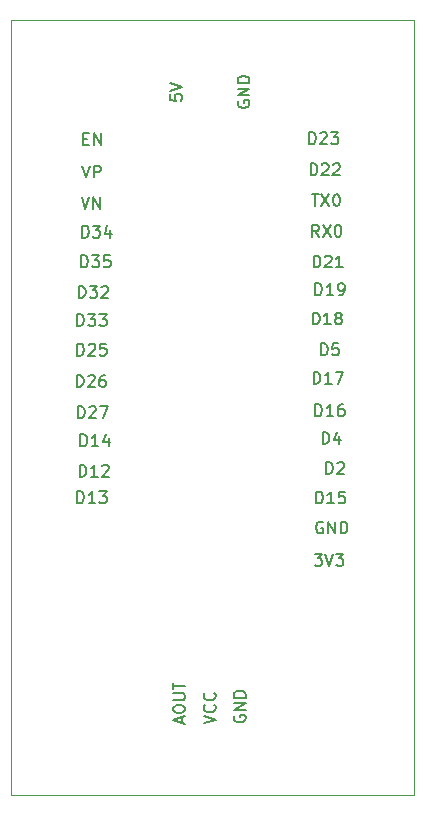
<source format=gto>
G04 #@! TF.GenerationSoftware,KiCad,Pcbnew,(6.0.11-0)*
G04 #@! TF.CreationDate,2024-11-12T18:10:12+07:00*
G04 #@! TF.ProjectId,1,312e6b69-6361-4645-9f70-636258585858,rev?*
G04 #@! TF.SameCoordinates,Original*
G04 #@! TF.FileFunction,Legend,Top*
G04 #@! TF.FilePolarity,Positive*
%FSLAX46Y46*%
G04 Gerber Fmt 4.6, Leading zero omitted, Abs format (unit mm)*
G04 Created by KiCad (PCBNEW (6.0.11-0)) date 2024-11-12 18:10:12*
%MOMM*%
%LPD*%
G01*
G04 APERTURE LIST*
%ADD10C,0.150000*%
%ADD11C,0.120000*%
%ADD12C,1.800000*%
G04 APERTURE END LIST*
D10*
X131901904Y-66832380D02*
X131901904Y-65832380D01*
X132140000Y-65832380D01*
X132282857Y-65880000D01*
X132378095Y-65975238D01*
X132425714Y-66070476D01*
X132473333Y-66260952D01*
X132473333Y-66403809D01*
X132425714Y-66594285D01*
X132378095Y-66689523D01*
X132282857Y-66784761D01*
X132140000Y-66832380D01*
X131901904Y-66832380D01*
X132854285Y-65927619D02*
X132901904Y-65880000D01*
X132997142Y-65832380D01*
X133235238Y-65832380D01*
X133330476Y-65880000D01*
X133378095Y-65927619D01*
X133425714Y-66022857D01*
X133425714Y-66118095D01*
X133378095Y-66260952D01*
X132806666Y-66832380D01*
X133425714Y-66832380D01*
X111182857Y-43372380D02*
X111516190Y-44372380D01*
X111849523Y-43372380D01*
X112182857Y-44372380D02*
X112182857Y-43372380D01*
X112754285Y-44372380D01*
X112754285Y-43372380D01*
X130681904Y-43142380D02*
X131253333Y-43142380D01*
X130967619Y-44142380D02*
X130967619Y-43142380D01*
X131491428Y-43142380D02*
X132158095Y-44142380D01*
X132158095Y-43142380D02*
X131491428Y-44142380D01*
X132729523Y-43142380D02*
X132824761Y-43142380D01*
X132920000Y-43190000D01*
X132967619Y-43237619D01*
X133015238Y-43332857D01*
X133062857Y-43523333D01*
X133062857Y-43761428D01*
X133015238Y-43951904D01*
X132967619Y-44047142D01*
X132920000Y-44094761D01*
X132824761Y-44142380D01*
X132729523Y-44142380D01*
X132634285Y-44094761D01*
X132586666Y-44047142D01*
X132539047Y-43951904D01*
X132491428Y-43761428D01*
X132491428Y-43523333D01*
X132539047Y-43332857D01*
X132586666Y-43237619D01*
X132634285Y-43190000D01*
X132729523Y-43142380D01*
X111165714Y-49332380D02*
X111165714Y-48332380D01*
X111403809Y-48332380D01*
X111546666Y-48380000D01*
X111641904Y-48475238D01*
X111689523Y-48570476D01*
X111737142Y-48760952D01*
X111737142Y-48903809D01*
X111689523Y-49094285D01*
X111641904Y-49189523D01*
X111546666Y-49284761D01*
X111403809Y-49332380D01*
X111165714Y-49332380D01*
X112070476Y-48332380D02*
X112689523Y-48332380D01*
X112356190Y-48713333D01*
X112499047Y-48713333D01*
X112594285Y-48760952D01*
X112641904Y-48808571D01*
X112689523Y-48903809D01*
X112689523Y-49141904D01*
X112641904Y-49237142D01*
X112594285Y-49284761D01*
X112499047Y-49332380D01*
X112213333Y-49332380D01*
X112118095Y-49284761D01*
X112070476Y-49237142D01*
X113594285Y-48332380D02*
X113118095Y-48332380D01*
X113070476Y-48808571D01*
X113118095Y-48760952D01*
X113213333Y-48713333D01*
X113451428Y-48713333D01*
X113546666Y-48760952D01*
X113594285Y-48808571D01*
X113641904Y-48903809D01*
X113641904Y-49141904D01*
X113594285Y-49237142D01*
X113546666Y-49284761D01*
X113451428Y-49332380D01*
X113213333Y-49332380D01*
X113118095Y-49284761D01*
X113070476Y-49237142D01*
X111331904Y-38468571D02*
X111665238Y-38468571D01*
X111808095Y-38992380D02*
X111331904Y-38992380D01*
X111331904Y-37992380D01*
X111808095Y-37992380D01*
X112236666Y-38992380D02*
X112236666Y-37992380D01*
X112808095Y-38992380D01*
X112808095Y-37992380D01*
X110825714Y-69302380D02*
X110825714Y-68302380D01*
X111063809Y-68302380D01*
X111206666Y-68350000D01*
X111301904Y-68445238D01*
X111349523Y-68540476D01*
X111397142Y-68730952D01*
X111397142Y-68873809D01*
X111349523Y-69064285D01*
X111301904Y-69159523D01*
X111206666Y-69254761D01*
X111063809Y-69302380D01*
X110825714Y-69302380D01*
X112349523Y-69302380D02*
X111778095Y-69302380D01*
X112063809Y-69302380D02*
X112063809Y-68302380D01*
X111968571Y-68445238D01*
X111873333Y-68540476D01*
X111778095Y-68588095D01*
X112682857Y-68302380D02*
X113301904Y-68302380D01*
X112968571Y-68683333D01*
X113111428Y-68683333D01*
X113206666Y-68730952D01*
X113254285Y-68778571D01*
X113301904Y-68873809D01*
X113301904Y-69111904D01*
X113254285Y-69207142D01*
X113206666Y-69254761D01*
X113111428Y-69302380D01*
X112825714Y-69302380D01*
X112730476Y-69254761D01*
X112682857Y-69207142D01*
X130445714Y-38902380D02*
X130445714Y-37902380D01*
X130683809Y-37902380D01*
X130826666Y-37950000D01*
X130921904Y-38045238D01*
X130969523Y-38140476D01*
X131017142Y-38330952D01*
X131017142Y-38473809D01*
X130969523Y-38664285D01*
X130921904Y-38759523D01*
X130826666Y-38854761D01*
X130683809Y-38902380D01*
X130445714Y-38902380D01*
X131398095Y-37997619D02*
X131445714Y-37950000D01*
X131540952Y-37902380D01*
X131779047Y-37902380D01*
X131874285Y-37950000D01*
X131921904Y-37997619D01*
X131969523Y-38092857D01*
X131969523Y-38188095D01*
X131921904Y-38330952D01*
X131350476Y-38902380D01*
X131969523Y-38902380D01*
X132302857Y-37902380D02*
X132921904Y-37902380D01*
X132588571Y-38283333D01*
X132731428Y-38283333D01*
X132826666Y-38330952D01*
X132874285Y-38378571D01*
X132921904Y-38473809D01*
X132921904Y-38711904D01*
X132874285Y-38807142D01*
X132826666Y-38854761D01*
X132731428Y-38902380D01*
X132445714Y-38902380D01*
X132350476Y-38854761D01*
X132302857Y-38807142D01*
X130575714Y-41542380D02*
X130575714Y-40542380D01*
X130813809Y-40542380D01*
X130956666Y-40590000D01*
X131051904Y-40685238D01*
X131099523Y-40780476D01*
X131147142Y-40970952D01*
X131147142Y-41113809D01*
X131099523Y-41304285D01*
X131051904Y-41399523D01*
X130956666Y-41494761D01*
X130813809Y-41542380D01*
X130575714Y-41542380D01*
X131528095Y-40637619D02*
X131575714Y-40590000D01*
X131670952Y-40542380D01*
X131909047Y-40542380D01*
X132004285Y-40590000D01*
X132051904Y-40637619D01*
X132099523Y-40732857D01*
X132099523Y-40828095D01*
X132051904Y-40970952D01*
X131480476Y-41542380D01*
X132099523Y-41542380D01*
X132480476Y-40637619D02*
X132528095Y-40590000D01*
X132623333Y-40542380D01*
X132861428Y-40542380D01*
X132956666Y-40590000D01*
X133004285Y-40637619D01*
X133051904Y-40732857D01*
X133051904Y-40828095D01*
X133004285Y-40970952D01*
X132432857Y-41542380D01*
X133051904Y-41542380D01*
X131608095Y-70910000D02*
X131512857Y-70862380D01*
X131370000Y-70862380D01*
X131227142Y-70910000D01*
X131131904Y-71005238D01*
X131084285Y-71100476D01*
X131036666Y-71290952D01*
X131036666Y-71433809D01*
X131084285Y-71624285D01*
X131131904Y-71719523D01*
X131227142Y-71814761D01*
X131370000Y-71862380D01*
X131465238Y-71862380D01*
X131608095Y-71814761D01*
X131655714Y-71767142D01*
X131655714Y-71433809D01*
X131465238Y-71433809D01*
X132084285Y-71862380D02*
X132084285Y-70862380D01*
X132655714Y-71862380D01*
X132655714Y-70862380D01*
X133131904Y-71862380D02*
X133131904Y-70862380D01*
X133370000Y-70862380D01*
X133512857Y-70910000D01*
X133608095Y-71005238D01*
X133655714Y-71100476D01*
X133703333Y-71290952D01*
X133703333Y-71433809D01*
X133655714Y-71624285D01*
X133608095Y-71719523D01*
X133512857Y-71814761D01*
X133370000Y-71862380D01*
X133131904Y-71862380D01*
X131591904Y-64282380D02*
X131591904Y-63282380D01*
X131830000Y-63282380D01*
X131972857Y-63330000D01*
X132068095Y-63425238D01*
X132115714Y-63520476D01*
X132163333Y-63710952D01*
X132163333Y-63853809D01*
X132115714Y-64044285D01*
X132068095Y-64139523D01*
X131972857Y-64234761D01*
X131830000Y-64282380D01*
X131591904Y-64282380D01*
X133020476Y-63615714D02*
X133020476Y-64282380D01*
X132782380Y-63234761D02*
X132544285Y-63949047D01*
X133163333Y-63949047D01*
X131277142Y-46742380D02*
X130943809Y-46266190D01*
X130705714Y-46742380D02*
X130705714Y-45742380D01*
X131086666Y-45742380D01*
X131181904Y-45790000D01*
X131229523Y-45837619D01*
X131277142Y-45932857D01*
X131277142Y-46075714D01*
X131229523Y-46170952D01*
X131181904Y-46218571D01*
X131086666Y-46266190D01*
X130705714Y-46266190D01*
X131610476Y-45742380D02*
X132277142Y-46742380D01*
X132277142Y-45742380D02*
X131610476Y-46742380D01*
X132848571Y-45742380D02*
X132943809Y-45742380D01*
X133039047Y-45790000D01*
X133086666Y-45837619D01*
X133134285Y-45932857D01*
X133181904Y-46123333D01*
X133181904Y-46361428D01*
X133134285Y-46551904D01*
X133086666Y-46647142D01*
X133039047Y-46694761D01*
X132943809Y-46742380D01*
X132848571Y-46742380D01*
X132753333Y-46694761D01*
X132705714Y-46647142D01*
X132658095Y-46551904D01*
X132610476Y-46361428D01*
X132610476Y-46123333D01*
X132658095Y-45932857D01*
X132705714Y-45837619D01*
X132753333Y-45790000D01*
X132848571Y-45742380D01*
X111225714Y-46812380D02*
X111225714Y-45812380D01*
X111463809Y-45812380D01*
X111606666Y-45860000D01*
X111701904Y-45955238D01*
X111749523Y-46050476D01*
X111797142Y-46240952D01*
X111797142Y-46383809D01*
X111749523Y-46574285D01*
X111701904Y-46669523D01*
X111606666Y-46764761D01*
X111463809Y-46812380D01*
X111225714Y-46812380D01*
X112130476Y-45812380D02*
X112749523Y-45812380D01*
X112416190Y-46193333D01*
X112559047Y-46193333D01*
X112654285Y-46240952D01*
X112701904Y-46288571D01*
X112749523Y-46383809D01*
X112749523Y-46621904D01*
X112701904Y-46717142D01*
X112654285Y-46764761D01*
X112559047Y-46812380D01*
X112273333Y-46812380D01*
X112178095Y-46764761D01*
X112130476Y-46717142D01*
X113606666Y-46145714D02*
X113606666Y-46812380D01*
X113368571Y-45764761D02*
X113130476Y-46479047D01*
X113749523Y-46479047D01*
X130765714Y-54162380D02*
X130765714Y-53162380D01*
X131003809Y-53162380D01*
X131146666Y-53210000D01*
X131241904Y-53305238D01*
X131289523Y-53400476D01*
X131337142Y-53590952D01*
X131337142Y-53733809D01*
X131289523Y-53924285D01*
X131241904Y-54019523D01*
X131146666Y-54114761D01*
X131003809Y-54162380D01*
X130765714Y-54162380D01*
X132289523Y-54162380D02*
X131718095Y-54162380D01*
X132003809Y-54162380D02*
X132003809Y-53162380D01*
X131908571Y-53305238D01*
X131813333Y-53400476D01*
X131718095Y-53448095D01*
X132860952Y-53590952D02*
X132765714Y-53543333D01*
X132718095Y-53495714D01*
X132670476Y-53400476D01*
X132670476Y-53352857D01*
X132718095Y-53257619D01*
X132765714Y-53210000D01*
X132860952Y-53162380D01*
X133051428Y-53162380D01*
X133146666Y-53210000D01*
X133194285Y-53257619D01*
X133241904Y-53352857D01*
X133241904Y-53400476D01*
X133194285Y-53495714D01*
X133146666Y-53543333D01*
X133051428Y-53590952D01*
X132860952Y-53590952D01*
X132765714Y-53638571D01*
X132718095Y-53686190D01*
X132670476Y-53781428D01*
X132670476Y-53971904D01*
X132718095Y-54067142D01*
X132765714Y-54114761D01*
X132860952Y-54162380D01*
X133051428Y-54162380D01*
X133146666Y-54114761D01*
X133194285Y-54067142D01*
X133241904Y-53971904D01*
X133241904Y-53781428D01*
X133194285Y-53686190D01*
X133146666Y-53638571D01*
X133051428Y-53590952D01*
X124120000Y-87281904D02*
X124072380Y-87377142D01*
X124072380Y-87520000D01*
X124120000Y-87662857D01*
X124215238Y-87758095D01*
X124310476Y-87805714D01*
X124500952Y-87853333D01*
X124643809Y-87853333D01*
X124834285Y-87805714D01*
X124929523Y-87758095D01*
X125024761Y-87662857D01*
X125072380Y-87520000D01*
X125072380Y-87424761D01*
X125024761Y-87281904D01*
X124977142Y-87234285D01*
X124643809Y-87234285D01*
X124643809Y-87424761D01*
X125072380Y-86805714D02*
X124072380Y-86805714D01*
X125072380Y-86234285D01*
X124072380Y-86234285D01*
X125072380Y-85758095D02*
X124072380Y-85758095D01*
X124072380Y-85520000D01*
X124120000Y-85377142D01*
X124215238Y-85281904D01*
X124310476Y-85234285D01*
X124500952Y-85186666D01*
X124643809Y-85186666D01*
X124834285Y-85234285D01*
X124929523Y-85281904D01*
X125024761Y-85377142D01*
X125072380Y-85520000D01*
X125072380Y-85758095D01*
X130975714Y-61942380D02*
X130975714Y-60942380D01*
X131213809Y-60942380D01*
X131356666Y-60990000D01*
X131451904Y-61085238D01*
X131499523Y-61180476D01*
X131547142Y-61370952D01*
X131547142Y-61513809D01*
X131499523Y-61704285D01*
X131451904Y-61799523D01*
X131356666Y-61894761D01*
X131213809Y-61942380D01*
X130975714Y-61942380D01*
X132499523Y-61942380D02*
X131928095Y-61942380D01*
X132213809Y-61942380D02*
X132213809Y-60942380D01*
X132118571Y-61085238D01*
X132023333Y-61180476D01*
X131928095Y-61228095D01*
X133356666Y-60942380D02*
X133166190Y-60942380D01*
X133070952Y-60990000D01*
X133023333Y-61037619D01*
X132928095Y-61180476D01*
X132880476Y-61370952D01*
X132880476Y-61751904D01*
X132928095Y-61847142D01*
X132975714Y-61894761D01*
X133070952Y-61942380D01*
X133261428Y-61942380D01*
X133356666Y-61894761D01*
X133404285Y-61847142D01*
X133451904Y-61751904D01*
X133451904Y-61513809D01*
X133404285Y-61418571D01*
X133356666Y-61370952D01*
X133261428Y-61323333D01*
X133070952Y-61323333D01*
X132975714Y-61370952D01*
X132928095Y-61418571D01*
X132880476Y-61513809D01*
X124450000Y-35241904D02*
X124402380Y-35337142D01*
X124402380Y-35480000D01*
X124450000Y-35622857D01*
X124545238Y-35718095D01*
X124640476Y-35765714D01*
X124830952Y-35813333D01*
X124973809Y-35813333D01*
X125164285Y-35765714D01*
X125259523Y-35718095D01*
X125354761Y-35622857D01*
X125402380Y-35480000D01*
X125402380Y-35384761D01*
X125354761Y-35241904D01*
X125307142Y-35194285D01*
X124973809Y-35194285D01*
X124973809Y-35384761D01*
X125402380Y-34765714D02*
X124402380Y-34765714D01*
X125402380Y-34194285D01*
X124402380Y-34194285D01*
X125402380Y-33718095D02*
X124402380Y-33718095D01*
X124402380Y-33480000D01*
X124450000Y-33337142D01*
X124545238Y-33241904D01*
X124640476Y-33194285D01*
X124830952Y-33146666D01*
X124973809Y-33146666D01*
X125164285Y-33194285D01*
X125259523Y-33241904D01*
X125354761Y-33337142D01*
X125402380Y-33480000D01*
X125402380Y-33718095D01*
X110825714Y-56802380D02*
X110825714Y-55802380D01*
X111063809Y-55802380D01*
X111206666Y-55850000D01*
X111301904Y-55945238D01*
X111349523Y-56040476D01*
X111397142Y-56230952D01*
X111397142Y-56373809D01*
X111349523Y-56564285D01*
X111301904Y-56659523D01*
X111206666Y-56754761D01*
X111063809Y-56802380D01*
X110825714Y-56802380D01*
X111778095Y-55897619D02*
X111825714Y-55850000D01*
X111920952Y-55802380D01*
X112159047Y-55802380D01*
X112254285Y-55850000D01*
X112301904Y-55897619D01*
X112349523Y-55992857D01*
X112349523Y-56088095D01*
X112301904Y-56230952D01*
X111730476Y-56802380D01*
X112349523Y-56802380D01*
X113254285Y-55802380D02*
X112778095Y-55802380D01*
X112730476Y-56278571D01*
X112778095Y-56230952D01*
X112873333Y-56183333D01*
X113111428Y-56183333D01*
X113206666Y-56230952D01*
X113254285Y-56278571D01*
X113301904Y-56373809D01*
X113301904Y-56611904D01*
X113254285Y-56707142D01*
X113206666Y-56754761D01*
X113111428Y-56802380D01*
X112873333Y-56802380D01*
X112778095Y-56754761D01*
X112730476Y-56707142D01*
X130835714Y-59182380D02*
X130835714Y-58182380D01*
X131073809Y-58182380D01*
X131216666Y-58230000D01*
X131311904Y-58325238D01*
X131359523Y-58420476D01*
X131407142Y-58610952D01*
X131407142Y-58753809D01*
X131359523Y-58944285D01*
X131311904Y-59039523D01*
X131216666Y-59134761D01*
X131073809Y-59182380D01*
X130835714Y-59182380D01*
X132359523Y-59182380D02*
X131788095Y-59182380D01*
X132073809Y-59182380D02*
X132073809Y-58182380D01*
X131978571Y-58325238D01*
X131883333Y-58420476D01*
X131788095Y-58468095D01*
X132692857Y-58182380D02*
X133359523Y-58182380D01*
X132930952Y-59182380D01*
X111095714Y-64482380D02*
X111095714Y-63482380D01*
X111333809Y-63482380D01*
X111476666Y-63530000D01*
X111571904Y-63625238D01*
X111619523Y-63720476D01*
X111667142Y-63910952D01*
X111667142Y-64053809D01*
X111619523Y-64244285D01*
X111571904Y-64339523D01*
X111476666Y-64434761D01*
X111333809Y-64482380D01*
X111095714Y-64482380D01*
X112619523Y-64482380D02*
X112048095Y-64482380D01*
X112333809Y-64482380D02*
X112333809Y-63482380D01*
X112238571Y-63625238D01*
X112143333Y-63720476D01*
X112048095Y-63768095D01*
X113476666Y-63815714D02*
X113476666Y-64482380D01*
X113238571Y-63434761D02*
X113000476Y-64149047D01*
X113619523Y-64149047D01*
X111266666Y-40722380D02*
X111600000Y-41722380D01*
X111933333Y-40722380D01*
X112266666Y-41722380D02*
X112266666Y-40722380D01*
X112647619Y-40722380D01*
X112742857Y-40770000D01*
X112790476Y-40817619D01*
X112838095Y-40912857D01*
X112838095Y-41055714D01*
X112790476Y-41150952D01*
X112742857Y-41198571D01*
X112647619Y-41246190D01*
X112266666Y-41246190D01*
X111025714Y-67062380D02*
X111025714Y-66062380D01*
X111263809Y-66062380D01*
X111406666Y-66110000D01*
X111501904Y-66205238D01*
X111549523Y-66300476D01*
X111597142Y-66490952D01*
X111597142Y-66633809D01*
X111549523Y-66824285D01*
X111501904Y-66919523D01*
X111406666Y-67014761D01*
X111263809Y-67062380D01*
X111025714Y-67062380D01*
X112549523Y-67062380D02*
X111978095Y-67062380D01*
X112263809Y-67062380D02*
X112263809Y-66062380D01*
X112168571Y-66205238D01*
X112073333Y-66300476D01*
X111978095Y-66348095D01*
X112930476Y-66157619D02*
X112978095Y-66110000D01*
X113073333Y-66062380D01*
X113311428Y-66062380D01*
X113406666Y-66110000D01*
X113454285Y-66157619D01*
X113501904Y-66252857D01*
X113501904Y-66348095D01*
X113454285Y-66490952D01*
X112882857Y-67062380D01*
X113501904Y-67062380D01*
X130975714Y-51682380D02*
X130975714Y-50682380D01*
X131213809Y-50682380D01*
X131356666Y-50730000D01*
X131451904Y-50825238D01*
X131499523Y-50920476D01*
X131547142Y-51110952D01*
X131547142Y-51253809D01*
X131499523Y-51444285D01*
X131451904Y-51539523D01*
X131356666Y-51634761D01*
X131213809Y-51682380D01*
X130975714Y-51682380D01*
X132499523Y-51682380D02*
X131928095Y-51682380D01*
X132213809Y-51682380D02*
X132213809Y-50682380D01*
X132118571Y-50825238D01*
X132023333Y-50920476D01*
X131928095Y-50968095D01*
X132975714Y-51682380D02*
X133166190Y-51682380D01*
X133261428Y-51634761D01*
X133309047Y-51587142D01*
X133404285Y-51444285D01*
X133451904Y-51253809D01*
X133451904Y-50872857D01*
X133404285Y-50777619D01*
X133356666Y-50730000D01*
X133261428Y-50682380D01*
X133070952Y-50682380D01*
X132975714Y-50730000D01*
X132928095Y-50777619D01*
X132880476Y-50872857D01*
X132880476Y-51110952D01*
X132928095Y-51206190D01*
X132975714Y-51253809D01*
X133070952Y-51301428D01*
X133261428Y-51301428D01*
X133356666Y-51253809D01*
X133404285Y-51206190D01*
X133451904Y-51110952D01*
X121532380Y-87953333D02*
X122532380Y-87620000D01*
X121532380Y-87286666D01*
X122437142Y-86381904D02*
X122484761Y-86429523D01*
X122532380Y-86572380D01*
X122532380Y-86667619D01*
X122484761Y-86810476D01*
X122389523Y-86905714D01*
X122294285Y-86953333D01*
X122103809Y-87000952D01*
X121960952Y-87000952D01*
X121770476Y-86953333D01*
X121675238Y-86905714D01*
X121580000Y-86810476D01*
X121532380Y-86667619D01*
X121532380Y-86572380D01*
X121580000Y-86429523D01*
X121627619Y-86381904D01*
X122437142Y-85381904D02*
X122484761Y-85429523D01*
X122532380Y-85572380D01*
X122532380Y-85667619D01*
X122484761Y-85810476D01*
X122389523Y-85905714D01*
X122294285Y-85953333D01*
X122103809Y-86000952D01*
X121960952Y-86000952D01*
X121770476Y-85953333D01*
X121675238Y-85905714D01*
X121580000Y-85810476D01*
X121532380Y-85667619D01*
X121532380Y-85572380D01*
X121580000Y-85429523D01*
X121627619Y-85381904D01*
X118692380Y-34700476D02*
X118692380Y-35176666D01*
X119168571Y-35224285D01*
X119120952Y-35176666D01*
X119073333Y-35081428D01*
X119073333Y-34843333D01*
X119120952Y-34748095D01*
X119168571Y-34700476D01*
X119263809Y-34652857D01*
X119501904Y-34652857D01*
X119597142Y-34700476D01*
X119644761Y-34748095D01*
X119692380Y-34843333D01*
X119692380Y-35081428D01*
X119644761Y-35176666D01*
X119597142Y-35224285D01*
X118692380Y-34367142D02*
X119692380Y-34033809D01*
X118692380Y-33700476D01*
X110885714Y-62102380D02*
X110885714Y-61102380D01*
X111123809Y-61102380D01*
X111266666Y-61150000D01*
X111361904Y-61245238D01*
X111409523Y-61340476D01*
X111457142Y-61530952D01*
X111457142Y-61673809D01*
X111409523Y-61864285D01*
X111361904Y-61959523D01*
X111266666Y-62054761D01*
X111123809Y-62102380D01*
X110885714Y-62102380D01*
X111838095Y-61197619D02*
X111885714Y-61150000D01*
X111980952Y-61102380D01*
X112219047Y-61102380D01*
X112314285Y-61150000D01*
X112361904Y-61197619D01*
X112409523Y-61292857D01*
X112409523Y-61388095D01*
X112361904Y-61530952D01*
X111790476Y-62102380D01*
X112409523Y-62102380D01*
X112742857Y-61102380D02*
X113409523Y-61102380D01*
X112980952Y-62102380D01*
X131451904Y-56782380D02*
X131451904Y-55782380D01*
X131690000Y-55782380D01*
X131832857Y-55830000D01*
X131928095Y-55925238D01*
X131975714Y-56020476D01*
X132023333Y-56210952D01*
X132023333Y-56353809D01*
X131975714Y-56544285D01*
X131928095Y-56639523D01*
X131832857Y-56734761D01*
X131690000Y-56782380D01*
X131451904Y-56782380D01*
X132928095Y-55782380D02*
X132451904Y-55782380D01*
X132404285Y-56258571D01*
X132451904Y-56210952D01*
X132547142Y-56163333D01*
X132785238Y-56163333D01*
X132880476Y-56210952D01*
X132928095Y-56258571D01*
X132975714Y-56353809D01*
X132975714Y-56591904D01*
X132928095Y-56687142D01*
X132880476Y-56734761D01*
X132785238Y-56782380D01*
X132547142Y-56782380D01*
X132451904Y-56734761D01*
X132404285Y-56687142D01*
X131055714Y-69322380D02*
X131055714Y-68322380D01*
X131293809Y-68322380D01*
X131436666Y-68370000D01*
X131531904Y-68465238D01*
X131579523Y-68560476D01*
X131627142Y-68750952D01*
X131627142Y-68893809D01*
X131579523Y-69084285D01*
X131531904Y-69179523D01*
X131436666Y-69274761D01*
X131293809Y-69322380D01*
X131055714Y-69322380D01*
X132579523Y-69322380D02*
X132008095Y-69322380D01*
X132293809Y-69322380D02*
X132293809Y-68322380D01*
X132198571Y-68465238D01*
X132103333Y-68560476D01*
X132008095Y-68608095D01*
X133484285Y-68322380D02*
X133008095Y-68322380D01*
X132960476Y-68798571D01*
X133008095Y-68750952D01*
X133103333Y-68703333D01*
X133341428Y-68703333D01*
X133436666Y-68750952D01*
X133484285Y-68798571D01*
X133531904Y-68893809D01*
X133531904Y-69131904D01*
X133484285Y-69227142D01*
X133436666Y-69274761D01*
X133341428Y-69322380D01*
X133103333Y-69322380D01*
X133008095Y-69274761D01*
X132960476Y-69227142D01*
X110825714Y-54292380D02*
X110825714Y-53292380D01*
X111063809Y-53292380D01*
X111206666Y-53340000D01*
X111301904Y-53435238D01*
X111349523Y-53530476D01*
X111397142Y-53720952D01*
X111397142Y-53863809D01*
X111349523Y-54054285D01*
X111301904Y-54149523D01*
X111206666Y-54244761D01*
X111063809Y-54292380D01*
X110825714Y-54292380D01*
X111730476Y-53292380D02*
X112349523Y-53292380D01*
X112016190Y-53673333D01*
X112159047Y-53673333D01*
X112254285Y-53720952D01*
X112301904Y-53768571D01*
X112349523Y-53863809D01*
X112349523Y-54101904D01*
X112301904Y-54197142D01*
X112254285Y-54244761D01*
X112159047Y-54292380D01*
X111873333Y-54292380D01*
X111778095Y-54244761D01*
X111730476Y-54197142D01*
X112682857Y-53292380D02*
X113301904Y-53292380D01*
X112968571Y-53673333D01*
X113111428Y-53673333D01*
X113206666Y-53720952D01*
X113254285Y-53768571D01*
X113301904Y-53863809D01*
X113301904Y-54101904D01*
X113254285Y-54197142D01*
X113206666Y-54244761D01*
X113111428Y-54292380D01*
X112825714Y-54292380D01*
X112730476Y-54244761D01*
X112682857Y-54197142D01*
X119656666Y-87926666D02*
X119656666Y-87450476D01*
X119942380Y-88021904D02*
X118942380Y-87688571D01*
X119942380Y-87355238D01*
X118942380Y-86831428D02*
X118942380Y-86640952D01*
X118990000Y-86545714D01*
X119085238Y-86450476D01*
X119275714Y-86402857D01*
X119609047Y-86402857D01*
X119799523Y-86450476D01*
X119894761Y-86545714D01*
X119942380Y-86640952D01*
X119942380Y-86831428D01*
X119894761Y-86926666D01*
X119799523Y-87021904D01*
X119609047Y-87069523D01*
X119275714Y-87069523D01*
X119085238Y-87021904D01*
X118990000Y-86926666D01*
X118942380Y-86831428D01*
X118942380Y-85974285D02*
X119751904Y-85974285D01*
X119847142Y-85926666D01*
X119894761Y-85879047D01*
X119942380Y-85783809D01*
X119942380Y-85593333D01*
X119894761Y-85498095D01*
X119847142Y-85450476D01*
X119751904Y-85402857D01*
X118942380Y-85402857D01*
X118942380Y-85069523D02*
X118942380Y-84498095D01*
X119942380Y-84783809D02*
X118942380Y-84783809D01*
X110955714Y-51912380D02*
X110955714Y-50912380D01*
X111193809Y-50912380D01*
X111336666Y-50960000D01*
X111431904Y-51055238D01*
X111479523Y-51150476D01*
X111527142Y-51340952D01*
X111527142Y-51483809D01*
X111479523Y-51674285D01*
X111431904Y-51769523D01*
X111336666Y-51864761D01*
X111193809Y-51912380D01*
X110955714Y-51912380D01*
X111860476Y-50912380D02*
X112479523Y-50912380D01*
X112146190Y-51293333D01*
X112289047Y-51293333D01*
X112384285Y-51340952D01*
X112431904Y-51388571D01*
X112479523Y-51483809D01*
X112479523Y-51721904D01*
X112431904Y-51817142D01*
X112384285Y-51864761D01*
X112289047Y-51912380D01*
X112003333Y-51912380D01*
X111908095Y-51864761D01*
X111860476Y-51817142D01*
X112860476Y-51007619D02*
X112908095Y-50960000D01*
X113003333Y-50912380D01*
X113241428Y-50912380D01*
X113336666Y-50960000D01*
X113384285Y-51007619D01*
X113431904Y-51102857D01*
X113431904Y-51198095D01*
X113384285Y-51340952D01*
X112812857Y-51912380D01*
X113431904Y-51912380D01*
X110785714Y-59452380D02*
X110785714Y-58452380D01*
X111023809Y-58452380D01*
X111166666Y-58500000D01*
X111261904Y-58595238D01*
X111309523Y-58690476D01*
X111357142Y-58880952D01*
X111357142Y-59023809D01*
X111309523Y-59214285D01*
X111261904Y-59309523D01*
X111166666Y-59404761D01*
X111023809Y-59452380D01*
X110785714Y-59452380D01*
X111738095Y-58547619D02*
X111785714Y-58500000D01*
X111880952Y-58452380D01*
X112119047Y-58452380D01*
X112214285Y-58500000D01*
X112261904Y-58547619D01*
X112309523Y-58642857D01*
X112309523Y-58738095D01*
X112261904Y-58880952D01*
X111690476Y-59452380D01*
X112309523Y-59452380D01*
X113166666Y-58452380D02*
X112976190Y-58452380D01*
X112880952Y-58500000D01*
X112833333Y-58547619D01*
X112738095Y-58690476D01*
X112690476Y-58880952D01*
X112690476Y-59261904D01*
X112738095Y-59357142D01*
X112785714Y-59404761D01*
X112880952Y-59452380D01*
X113071428Y-59452380D01*
X113166666Y-59404761D01*
X113214285Y-59357142D01*
X113261904Y-59261904D01*
X113261904Y-59023809D01*
X113214285Y-58928571D01*
X113166666Y-58880952D01*
X113071428Y-58833333D01*
X112880952Y-58833333D01*
X112785714Y-58880952D01*
X112738095Y-58928571D01*
X112690476Y-59023809D01*
X130921904Y-73602380D02*
X131540952Y-73602380D01*
X131207619Y-73983333D01*
X131350476Y-73983333D01*
X131445714Y-74030952D01*
X131493333Y-74078571D01*
X131540952Y-74173809D01*
X131540952Y-74411904D01*
X131493333Y-74507142D01*
X131445714Y-74554761D01*
X131350476Y-74602380D01*
X131064761Y-74602380D01*
X130969523Y-74554761D01*
X130921904Y-74507142D01*
X131826666Y-73602380D02*
X132160000Y-74602380D01*
X132493333Y-73602380D01*
X132731428Y-73602380D02*
X133350476Y-73602380D01*
X133017142Y-73983333D01*
X133160000Y-73983333D01*
X133255238Y-74030952D01*
X133302857Y-74078571D01*
X133350476Y-74173809D01*
X133350476Y-74411904D01*
X133302857Y-74507142D01*
X133255238Y-74554761D01*
X133160000Y-74602380D01*
X132874285Y-74602380D01*
X132779047Y-74554761D01*
X132731428Y-74507142D01*
X130835714Y-49342380D02*
X130835714Y-48342380D01*
X131073809Y-48342380D01*
X131216666Y-48390000D01*
X131311904Y-48485238D01*
X131359523Y-48580476D01*
X131407142Y-48770952D01*
X131407142Y-48913809D01*
X131359523Y-49104285D01*
X131311904Y-49199523D01*
X131216666Y-49294761D01*
X131073809Y-49342380D01*
X130835714Y-49342380D01*
X131788095Y-48437619D02*
X131835714Y-48390000D01*
X131930952Y-48342380D01*
X132169047Y-48342380D01*
X132264285Y-48390000D01*
X132311904Y-48437619D01*
X132359523Y-48532857D01*
X132359523Y-48628095D01*
X132311904Y-48770952D01*
X131740476Y-49342380D01*
X132359523Y-49342380D01*
X133311904Y-49342380D02*
X132740476Y-49342380D01*
X133026190Y-49342380D02*
X133026190Y-48342380D01*
X132930952Y-48485238D01*
X132835714Y-48580476D01*
X132740476Y-48628095D01*
D11*
X105200000Y-28410000D02*
X139370000Y-28410000D01*
X139370000Y-28410000D02*
X139370000Y-94000000D01*
X139370000Y-94000000D02*
X105200000Y-94000000D01*
X105200000Y-94000000D02*
X105200000Y-28410000D01*
%LPC*%
D12*
X119150000Y-31670000D03*
X124500000Y-89340000D03*
X109700000Y-38510000D03*
X124550000Y-31670000D03*
X119420000Y-89340000D03*
X121960000Y-89340000D03*
X109700000Y-41050000D03*
X109700000Y-43590000D03*
X109700000Y-46130000D03*
X109700000Y-48670000D03*
X109700000Y-51210000D03*
X109700000Y-53750000D03*
X109700000Y-56290000D03*
X109700000Y-58830000D03*
X109700000Y-61370000D03*
X109700000Y-63910000D03*
X109700000Y-66450000D03*
X109700000Y-68990000D03*
X109700000Y-71530000D03*
X109700000Y-74070000D03*
X134950000Y-38510000D03*
X134950000Y-41050000D03*
X134950000Y-43590000D03*
X134950000Y-46130000D03*
X134950000Y-48670000D03*
X134950000Y-51210000D03*
X134950000Y-53750000D03*
X134950000Y-56290000D03*
X134950000Y-58830000D03*
X134950000Y-61370000D03*
X134950000Y-63910000D03*
X134950000Y-66450000D03*
X134950000Y-68990000D03*
X134950000Y-71530000D03*
X134950000Y-74070000D03*
M02*

</source>
